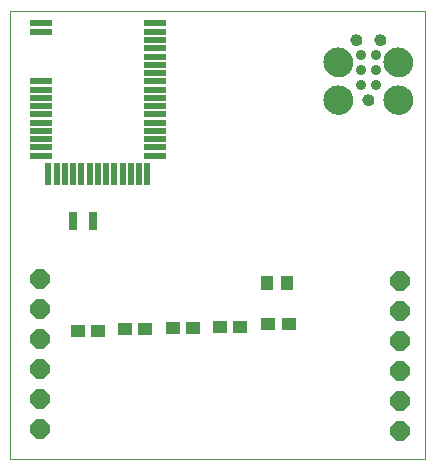
<source format=gts>
G75*
%MOIN*%
%OFA0B0*%
%FSLAX25Y25*%
%IPPOS*%
%LPD*%
%AMOC8*
5,1,8,0,0,1.08239X$1,22.5*
%
%ADD10C,0.00000*%
%ADD11R,0.04731X0.04337*%
%ADD12OC8,0.06400*%
%ADD13R,0.04337X0.04731*%
%ADD14R,0.07683X0.02369*%
%ADD15R,0.02369X0.07683*%
%ADD16R,0.03156X0.05912*%
%ADD17C,0.03500*%
%ADD18C,0.03900*%
%ADD19C,0.09750*%
D10*
X0004867Y0001000D02*
X0004867Y0150331D01*
X0143095Y0150331D01*
X0143095Y0001000D01*
X0004867Y0001000D01*
X0109483Y0120685D02*
X0109485Y0120822D01*
X0109491Y0120958D01*
X0109501Y0121094D01*
X0109515Y0121230D01*
X0109533Y0121366D01*
X0109555Y0121501D01*
X0109580Y0121635D01*
X0109610Y0121768D01*
X0109644Y0121900D01*
X0109681Y0122032D01*
X0109722Y0122162D01*
X0109768Y0122291D01*
X0109816Y0122419D01*
X0109869Y0122545D01*
X0109925Y0122669D01*
X0109985Y0122792D01*
X0110048Y0122913D01*
X0110115Y0123032D01*
X0110185Y0123149D01*
X0110259Y0123265D01*
X0110336Y0123377D01*
X0110416Y0123488D01*
X0110500Y0123596D01*
X0110587Y0123702D01*
X0110676Y0123805D01*
X0110769Y0123905D01*
X0110864Y0124003D01*
X0110963Y0124098D01*
X0111064Y0124190D01*
X0111168Y0124278D01*
X0111274Y0124364D01*
X0111383Y0124447D01*
X0111494Y0124526D01*
X0111607Y0124603D01*
X0111723Y0124676D01*
X0111840Y0124745D01*
X0111960Y0124811D01*
X0112081Y0124873D01*
X0112205Y0124932D01*
X0112330Y0124988D01*
X0112456Y0125039D01*
X0112584Y0125087D01*
X0112713Y0125131D01*
X0112844Y0125172D01*
X0112976Y0125208D01*
X0113108Y0125241D01*
X0113242Y0125269D01*
X0113376Y0125294D01*
X0113511Y0125315D01*
X0113647Y0125332D01*
X0113783Y0125345D01*
X0113919Y0125354D01*
X0114056Y0125359D01*
X0114192Y0125360D01*
X0114329Y0125357D01*
X0114465Y0125350D01*
X0114601Y0125339D01*
X0114737Y0125324D01*
X0114872Y0125305D01*
X0115007Y0125282D01*
X0115141Y0125255D01*
X0115274Y0125225D01*
X0115406Y0125190D01*
X0115538Y0125152D01*
X0115667Y0125110D01*
X0115796Y0125064D01*
X0115923Y0125014D01*
X0116049Y0124960D01*
X0116173Y0124903D01*
X0116296Y0124843D01*
X0116416Y0124778D01*
X0116535Y0124711D01*
X0116651Y0124640D01*
X0116766Y0124565D01*
X0116878Y0124487D01*
X0116988Y0124406D01*
X0117096Y0124322D01*
X0117201Y0124234D01*
X0117303Y0124144D01*
X0117403Y0124051D01*
X0117500Y0123954D01*
X0117594Y0123855D01*
X0117685Y0123754D01*
X0117773Y0123649D01*
X0117858Y0123542D01*
X0117940Y0123433D01*
X0118019Y0123321D01*
X0118094Y0123207D01*
X0118166Y0123091D01*
X0118235Y0122973D01*
X0118300Y0122853D01*
X0118362Y0122731D01*
X0118420Y0122607D01*
X0118474Y0122482D01*
X0118525Y0122355D01*
X0118571Y0122227D01*
X0118615Y0122097D01*
X0118654Y0121966D01*
X0118690Y0121834D01*
X0118721Y0121701D01*
X0118749Y0121568D01*
X0118773Y0121433D01*
X0118793Y0121298D01*
X0118809Y0121162D01*
X0118821Y0121026D01*
X0118829Y0120890D01*
X0118833Y0120753D01*
X0118833Y0120617D01*
X0118829Y0120480D01*
X0118821Y0120344D01*
X0118809Y0120208D01*
X0118793Y0120072D01*
X0118773Y0119937D01*
X0118749Y0119802D01*
X0118721Y0119669D01*
X0118690Y0119536D01*
X0118654Y0119404D01*
X0118615Y0119273D01*
X0118571Y0119143D01*
X0118525Y0119015D01*
X0118474Y0118888D01*
X0118420Y0118763D01*
X0118362Y0118639D01*
X0118300Y0118517D01*
X0118235Y0118397D01*
X0118166Y0118279D01*
X0118094Y0118163D01*
X0118019Y0118049D01*
X0117940Y0117937D01*
X0117858Y0117828D01*
X0117773Y0117721D01*
X0117685Y0117616D01*
X0117594Y0117515D01*
X0117500Y0117416D01*
X0117403Y0117319D01*
X0117303Y0117226D01*
X0117201Y0117136D01*
X0117096Y0117048D01*
X0116988Y0116964D01*
X0116878Y0116883D01*
X0116766Y0116805D01*
X0116651Y0116730D01*
X0116535Y0116659D01*
X0116416Y0116592D01*
X0116296Y0116527D01*
X0116173Y0116467D01*
X0116049Y0116410D01*
X0115923Y0116356D01*
X0115796Y0116306D01*
X0115667Y0116260D01*
X0115538Y0116218D01*
X0115406Y0116180D01*
X0115274Y0116145D01*
X0115141Y0116115D01*
X0115007Y0116088D01*
X0114872Y0116065D01*
X0114737Y0116046D01*
X0114601Y0116031D01*
X0114465Y0116020D01*
X0114329Y0116013D01*
X0114192Y0116010D01*
X0114056Y0116011D01*
X0113919Y0116016D01*
X0113783Y0116025D01*
X0113647Y0116038D01*
X0113511Y0116055D01*
X0113376Y0116076D01*
X0113242Y0116101D01*
X0113108Y0116129D01*
X0112976Y0116162D01*
X0112844Y0116198D01*
X0112713Y0116239D01*
X0112584Y0116283D01*
X0112456Y0116331D01*
X0112330Y0116382D01*
X0112205Y0116438D01*
X0112081Y0116497D01*
X0111960Y0116559D01*
X0111840Y0116625D01*
X0111723Y0116694D01*
X0111607Y0116767D01*
X0111494Y0116844D01*
X0111383Y0116923D01*
X0111274Y0117006D01*
X0111168Y0117092D01*
X0111064Y0117180D01*
X0110963Y0117272D01*
X0110864Y0117367D01*
X0110769Y0117465D01*
X0110676Y0117565D01*
X0110587Y0117668D01*
X0110500Y0117774D01*
X0110416Y0117882D01*
X0110336Y0117993D01*
X0110259Y0118105D01*
X0110185Y0118221D01*
X0110115Y0118338D01*
X0110048Y0118457D01*
X0109985Y0118578D01*
X0109925Y0118701D01*
X0109869Y0118825D01*
X0109816Y0118951D01*
X0109768Y0119079D01*
X0109722Y0119208D01*
X0109681Y0119338D01*
X0109644Y0119470D01*
X0109610Y0119602D01*
X0109580Y0119735D01*
X0109555Y0119869D01*
X0109533Y0120004D01*
X0109515Y0120140D01*
X0109501Y0120276D01*
X0109491Y0120412D01*
X0109485Y0120548D01*
X0109483Y0120685D01*
X0109483Y0133185D02*
X0109485Y0133322D01*
X0109491Y0133458D01*
X0109501Y0133594D01*
X0109515Y0133730D01*
X0109533Y0133866D01*
X0109555Y0134001D01*
X0109580Y0134135D01*
X0109610Y0134268D01*
X0109644Y0134400D01*
X0109681Y0134532D01*
X0109722Y0134662D01*
X0109768Y0134791D01*
X0109816Y0134919D01*
X0109869Y0135045D01*
X0109925Y0135169D01*
X0109985Y0135292D01*
X0110048Y0135413D01*
X0110115Y0135532D01*
X0110185Y0135649D01*
X0110259Y0135765D01*
X0110336Y0135877D01*
X0110416Y0135988D01*
X0110500Y0136096D01*
X0110587Y0136202D01*
X0110676Y0136305D01*
X0110769Y0136405D01*
X0110864Y0136503D01*
X0110963Y0136598D01*
X0111064Y0136690D01*
X0111168Y0136778D01*
X0111274Y0136864D01*
X0111383Y0136947D01*
X0111494Y0137026D01*
X0111607Y0137103D01*
X0111723Y0137176D01*
X0111840Y0137245D01*
X0111960Y0137311D01*
X0112081Y0137373D01*
X0112205Y0137432D01*
X0112330Y0137488D01*
X0112456Y0137539D01*
X0112584Y0137587D01*
X0112713Y0137631D01*
X0112844Y0137672D01*
X0112976Y0137708D01*
X0113108Y0137741D01*
X0113242Y0137769D01*
X0113376Y0137794D01*
X0113511Y0137815D01*
X0113647Y0137832D01*
X0113783Y0137845D01*
X0113919Y0137854D01*
X0114056Y0137859D01*
X0114192Y0137860D01*
X0114329Y0137857D01*
X0114465Y0137850D01*
X0114601Y0137839D01*
X0114737Y0137824D01*
X0114872Y0137805D01*
X0115007Y0137782D01*
X0115141Y0137755D01*
X0115274Y0137725D01*
X0115406Y0137690D01*
X0115538Y0137652D01*
X0115667Y0137610D01*
X0115796Y0137564D01*
X0115923Y0137514D01*
X0116049Y0137460D01*
X0116173Y0137403D01*
X0116296Y0137343D01*
X0116416Y0137278D01*
X0116535Y0137211D01*
X0116651Y0137140D01*
X0116766Y0137065D01*
X0116878Y0136987D01*
X0116988Y0136906D01*
X0117096Y0136822D01*
X0117201Y0136734D01*
X0117303Y0136644D01*
X0117403Y0136551D01*
X0117500Y0136454D01*
X0117594Y0136355D01*
X0117685Y0136254D01*
X0117773Y0136149D01*
X0117858Y0136042D01*
X0117940Y0135933D01*
X0118019Y0135821D01*
X0118094Y0135707D01*
X0118166Y0135591D01*
X0118235Y0135473D01*
X0118300Y0135353D01*
X0118362Y0135231D01*
X0118420Y0135107D01*
X0118474Y0134982D01*
X0118525Y0134855D01*
X0118571Y0134727D01*
X0118615Y0134597D01*
X0118654Y0134466D01*
X0118690Y0134334D01*
X0118721Y0134201D01*
X0118749Y0134068D01*
X0118773Y0133933D01*
X0118793Y0133798D01*
X0118809Y0133662D01*
X0118821Y0133526D01*
X0118829Y0133390D01*
X0118833Y0133253D01*
X0118833Y0133117D01*
X0118829Y0132980D01*
X0118821Y0132844D01*
X0118809Y0132708D01*
X0118793Y0132572D01*
X0118773Y0132437D01*
X0118749Y0132302D01*
X0118721Y0132169D01*
X0118690Y0132036D01*
X0118654Y0131904D01*
X0118615Y0131773D01*
X0118571Y0131643D01*
X0118525Y0131515D01*
X0118474Y0131388D01*
X0118420Y0131263D01*
X0118362Y0131139D01*
X0118300Y0131017D01*
X0118235Y0130897D01*
X0118166Y0130779D01*
X0118094Y0130663D01*
X0118019Y0130549D01*
X0117940Y0130437D01*
X0117858Y0130328D01*
X0117773Y0130221D01*
X0117685Y0130116D01*
X0117594Y0130015D01*
X0117500Y0129916D01*
X0117403Y0129819D01*
X0117303Y0129726D01*
X0117201Y0129636D01*
X0117096Y0129548D01*
X0116988Y0129464D01*
X0116878Y0129383D01*
X0116766Y0129305D01*
X0116651Y0129230D01*
X0116535Y0129159D01*
X0116416Y0129092D01*
X0116296Y0129027D01*
X0116173Y0128967D01*
X0116049Y0128910D01*
X0115923Y0128856D01*
X0115796Y0128806D01*
X0115667Y0128760D01*
X0115538Y0128718D01*
X0115406Y0128680D01*
X0115274Y0128645D01*
X0115141Y0128615D01*
X0115007Y0128588D01*
X0114872Y0128565D01*
X0114737Y0128546D01*
X0114601Y0128531D01*
X0114465Y0128520D01*
X0114329Y0128513D01*
X0114192Y0128510D01*
X0114056Y0128511D01*
X0113919Y0128516D01*
X0113783Y0128525D01*
X0113647Y0128538D01*
X0113511Y0128555D01*
X0113376Y0128576D01*
X0113242Y0128601D01*
X0113108Y0128629D01*
X0112976Y0128662D01*
X0112844Y0128698D01*
X0112713Y0128739D01*
X0112584Y0128783D01*
X0112456Y0128831D01*
X0112330Y0128882D01*
X0112205Y0128938D01*
X0112081Y0128997D01*
X0111960Y0129059D01*
X0111840Y0129125D01*
X0111723Y0129194D01*
X0111607Y0129267D01*
X0111494Y0129344D01*
X0111383Y0129423D01*
X0111274Y0129506D01*
X0111168Y0129592D01*
X0111064Y0129680D01*
X0110963Y0129772D01*
X0110864Y0129867D01*
X0110769Y0129965D01*
X0110676Y0130065D01*
X0110587Y0130168D01*
X0110500Y0130274D01*
X0110416Y0130382D01*
X0110336Y0130493D01*
X0110259Y0130605D01*
X0110185Y0130721D01*
X0110115Y0130838D01*
X0110048Y0130957D01*
X0109985Y0131078D01*
X0109925Y0131201D01*
X0109869Y0131325D01*
X0109816Y0131451D01*
X0109768Y0131579D01*
X0109722Y0131708D01*
X0109681Y0131838D01*
X0109644Y0131970D01*
X0109610Y0132102D01*
X0109580Y0132235D01*
X0109555Y0132369D01*
X0109533Y0132504D01*
X0109515Y0132640D01*
X0109501Y0132776D01*
X0109491Y0132912D01*
X0109485Y0133048D01*
X0109483Y0133185D01*
X0118408Y0140685D02*
X0118410Y0140768D01*
X0118416Y0140851D01*
X0118426Y0140934D01*
X0118440Y0141016D01*
X0118457Y0141098D01*
X0118479Y0141178D01*
X0118504Y0141257D01*
X0118533Y0141335D01*
X0118566Y0141412D01*
X0118603Y0141487D01*
X0118642Y0141560D01*
X0118686Y0141631D01*
X0118732Y0141700D01*
X0118782Y0141767D01*
X0118835Y0141831D01*
X0118891Y0141893D01*
X0118950Y0141952D01*
X0119012Y0142008D01*
X0119076Y0142061D01*
X0119143Y0142111D01*
X0119212Y0142157D01*
X0119283Y0142201D01*
X0119356Y0142240D01*
X0119431Y0142277D01*
X0119508Y0142310D01*
X0119586Y0142339D01*
X0119665Y0142364D01*
X0119745Y0142386D01*
X0119827Y0142403D01*
X0119909Y0142417D01*
X0119992Y0142427D01*
X0120075Y0142433D01*
X0120158Y0142435D01*
X0120241Y0142433D01*
X0120324Y0142427D01*
X0120407Y0142417D01*
X0120489Y0142403D01*
X0120571Y0142386D01*
X0120651Y0142364D01*
X0120730Y0142339D01*
X0120808Y0142310D01*
X0120885Y0142277D01*
X0120960Y0142240D01*
X0121033Y0142201D01*
X0121104Y0142157D01*
X0121173Y0142111D01*
X0121240Y0142061D01*
X0121304Y0142008D01*
X0121366Y0141952D01*
X0121425Y0141893D01*
X0121481Y0141831D01*
X0121534Y0141767D01*
X0121584Y0141700D01*
X0121630Y0141631D01*
X0121674Y0141560D01*
X0121713Y0141487D01*
X0121750Y0141412D01*
X0121783Y0141335D01*
X0121812Y0141257D01*
X0121837Y0141178D01*
X0121859Y0141098D01*
X0121876Y0141016D01*
X0121890Y0140934D01*
X0121900Y0140851D01*
X0121906Y0140768D01*
X0121908Y0140685D01*
X0121906Y0140602D01*
X0121900Y0140519D01*
X0121890Y0140436D01*
X0121876Y0140354D01*
X0121859Y0140272D01*
X0121837Y0140192D01*
X0121812Y0140113D01*
X0121783Y0140035D01*
X0121750Y0139958D01*
X0121713Y0139883D01*
X0121674Y0139810D01*
X0121630Y0139739D01*
X0121584Y0139670D01*
X0121534Y0139603D01*
X0121481Y0139539D01*
X0121425Y0139477D01*
X0121366Y0139418D01*
X0121304Y0139362D01*
X0121240Y0139309D01*
X0121173Y0139259D01*
X0121104Y0139213D01*
X0121033Y0139169D01*
X0120960Y0139130D01*
X0120885Y0139093D01*
X0120808Y0139060D01*
X0120730Y0139031D01*
X0120651Y0139006D01*
X0120571Y0138984D01*
X0120489Y0138967D01*
X0120407Y0138953D01*
X0120324Y0138943D01*
X0120241Y0138937D01*
X0120158Y0138935D01*
X0120075Y0138937D01*
X0119992Y0138943D01*
X0119909Y0138953D01*
X0119827Y0138967D01*
X0119745Y0138984D01*
X0119665Y0139006D01*
X0119586Y0139031D01*
X0119508Y0139060D01*
X0119431Y0139093D01*
X0119356Y0139130D01*
X0119283Y0139169D01*
X0119212Y0139213D01*
X0119143Y0139259D01*
X0119076Y0139309D01*
X0119012Y0139362D01*
X0118950Y0139418D01*
X0118891Y0139477D01*
X0118835Y0139539D01*
X0118782Y0139603D01*
X0118732Y0139670D01*
X0118686Y0139739D01*
X0118642Y0139810D01*
X0118603Y0139883D01*
X0118566Y0139958D01*
X0118533Y0140035D01*
X0118504Y0140113D01*
X0118479Y0140192D01*
X0118457Y0140272D01*
X0118440Y0140354D01*
X0118426Y0140436D01*
X0118416Y0140519D01*
X0118410Y0140602D01*
X0118408Y0140685D01*
X0126408Y0140685D02*
X0126410Y0140768D01*
X0126416Y0140851D01*
X0126426Y0140934D01*
X0126440Y0141016D01*
X0126457Y0141098D01*
X0126479Y0141178D01*
X0126504Y0141257D01*
X0126533Y0141335D01*
X0126566Y0141412D01*
X0126603Y0141487D01*
X0126642Y0141560D01*
X0126686Y0141631D01*
X0126732Y0141700D01*
X0126782Y0141767D01*
X0126835Y0141831D01*
X0126891Y0141893D01*
X0126950Y0141952D01*
X0127012Y0142008D01*
X0127076Y0142061D01*
X0127143Y0142111D01*
X0127212Y0142157D01*
X0127283Y0142201D01*
X0127356Y0142240D01*
X0127431Y0142277D01*
X0127508Y0142310D01*
X0127586Y0142339D01*
X0127665Y0142364D01*
X0127745Y0142386D01*
X0127827Y0142403D01*
X0127909Y0142417D01*
X0127992Y0142427D01*
X0128075Y0142433D01*
X0128158Y0142435D01*
X0128241Y0142433D01*
X0128324Y0142427D01*
X0128407Y0142417D01*
X0128489Y0142403D01*
X0128571Y0142386D01*
X0128651Y0142364D01*
X0128730Y0142339D01*
X0128808Y0142310D01*
X0128885Y0142277D01*
X0128960Y0142240D01*
X0129033Y0142201D01*
X0129104Y0142157D01*
X0129173Y0142111D01*
X0129240Y0142061D01*
X0129304Y0142008D01*
X0129366Y0141952D01*
X0129425Y0141893D01*
X0129481Y0141831D01*
X0129534Y0141767D01*
X0129584Y0141700D01*
X0129630Y0141631D01*
X0129674Y0141560D01*
X0129713Y0141487D01*
X0129750Y0141412D01*
X0129783Y0141335D01*
X0129812Y0141257D01*
X0129837Y0141178D01*
X0129859Y0141098D01*
X0129876Y0141016D01*
X0129890Y0140934D01*
X0129900Y0140851D01*
X0129906Y0140768D01*
X0129908Y0140685D01*
X0129906Y0140602D01*
X0129900Y0140519D01*
X0129890Y0140436D01*
X0129876Y0140354D01*
X0129859Y0140272D01*
X0129837Y0140192D01*
X0129812Y0140113D01*
X0129783Y0140035D01*
X0129750Y0139958D01*
X0129713Y0139883D01*
X0129674Y0139810D01*
X0129630Y0139739D01*
X0129584Y0139670D01*
X0129534Y0139603D01*
X0129481Y0139539D01*
X0129425Y0139477D01*
X0129366Y0139418D01*
X0129304Y0139362D01*
X0129240Y0139309D01*
X0129173Y0139259D01*
X0129104Y0139213D01*
X0129033Y0139169D01*
X0128960Y0139130D01*
X0128885Y0139093D01*
X0128808Y0139060D01*
X0128730Y0139031D01*
X0128651Y0139006D01*
X0128571Y0138984D01*
X0128489Y0138967D01*
X0128407Y0138953D01*
X0128324Y0138943D01*
X0128241Y0138937D01*
X0128158Y0138935D01*
X0128075Y0138937D01*
X0127992Y0138943D01*
X0127909Y0138953D01*
X0127827Y0138967D01*
X0127745Y0138984D01*
X0127665Y0139006D01*
X0127586Y0139031D01*
X0127508Y0139060D01*
X0127431Y0139093D01*
X0127356Y0139130D01*
X0127283Y0139169D01*
X0127212Y0139213D01*
X0127143Y0139259D01*
X0127076Y0139309D01*
X0127012Y0139362D01*
X0126950Y0139418D01*
X0126891Y0139477D01*
X0126835Y0139539D01*
X0126782Y0139603D01*
X0126732Y0139670D01*
X0126686Y0139739D01*
X0126642Y0139810D01*
X0126603Y0139883D01*
X0126566Y0139958D01*
X0126533Y0140035D01*
X0126504Y0140113D01*
X0126479Y0140192D01*
X0126457Y0140272D01*
X0126440Y0140354D01*
X0126426Y0140436D01*
X0126416Y0140519D01*
X0126410Y0140602D01*
X0126408Y0140685D01*
X0129483Y0133185D02*
X0129485Y0133322D01*
X0129491Y0133458D01*
X0129501Y0133594D01*
X0129515Y0133730D01*
X0129533Y0133866D01*
X0129555Y0134001D01*
X0129580Y0134135D01*
X0129610Y0134268D01*
X0129644Y0134400D01*
X0129681Y0134532D01*
X0129722Y0134662D01*
X0129768Y0134791D01*
X0129816Y0134919D01*
X0129869Y0135045D01*
X0129925Y0135169D01*
X0129985Y0135292D01*
X0130048Y0135413D01*
X0130115Y0135532D01*
X0130185Y0135649D01*
X0130259Y0135765D01*
X0130336Y0135877D01*
X0130416Y0135988D01*
X0130500Y0136096D01*
X0130587Y0136202D01*
X0130676Y0136305D01*
X0130769Y0136405D01*
X0130864Y0136503D01*
X0130963Y0136598D01*
X0131064Y0136690D01*
X0131168Y0136778D01*
X0131274Y0136864D01*
X0131383Y0136947D01*
X0131494Y0137026D01*
X0131607Y0137103D01*
X0131723Y0137176D01*
X0131840Y0137245D01*
X0131960Y0137311D01*
X0132081Y0137373D01*
X0132205Y0137432D01*
X0132330Y0137488D01*
X0132456Y0137539D01*
X0132584Y0137587D01*
X0132713Y0137631D01*
X0132844Y0137672D01*
X0132976Y0137708D01*
X0133108Y0137741D01*
X0133242Y0137769D01*
X0133376Y0137794D01*
X0133511Y0137815D01*
X0133647Y0137832D01*
X0133783Y0137845D01*
X0133919Y0137854D01*
X0134056Y0137859D01*
X0134192Y0137860D01*
X0134329Y0137857D01*
X0134465Y0137850D01*
X0134601Y0137839D01*
X0134737Y0137824D01*
X0134872Y0137805D01*
X0135007Y0137782D01*
X0135141Y0137755D01*
X0135274Y0137725D01*
X0135406Y0137690D01*
X0135538Y0137652D01*
X0135667Y0137610D01*
X0135796Y0137564D01*
X0135923Y0137514D01*
X0136049Y0137460D01*
X0136173Y0137403D01*
X0136296Y0137343D01*
X0136416Y0137278D01*
X0136535Y0137211D01*
X0136651Y0137140D01*
X0136766Y0137065D01*
X0136878Y0136987D01*
X0136988Y0136906D01*
X0137096Y0136822D01*
X0137201Y0136734D01*
X0137303Y0136644D01*
X0137403Y0136551D01*
X0137500Y0136454D01*
X0137594Y0136355D01*
X0137685Y0136254D01*
X0137773Y0136149D01*
X0137858Y0136042D01*
X0137940Y0135933D01*
X0138019Y0135821D01*
X0138094Y0135707D01*
X0138166Y0135591D01*
X0138235Y0135473D01*
X0138300Y0135353D01*
X0138362Y0135231D01*
X0138420Y0135107D01*
X0138474Y0134982D01*
X0138525Y0134855D01*
X0138571Y0134727D01*
X0138615Y0134597D01*
X0138654Y0134466D01*
X0138690Y0134334D01*
X0138721Y0134201D01*
X0138749Y0134068D01*
X0138773Y0133933D01*
X0138793Y0133798D01*
X0138809Y0133662D01*
X0138821Y0133526D01*
X0138829Y0133390D01*
X0138833Y0133253D01*
X0138833Y0133117D01*
X0138829Y0132980D01*
X0138821Y0132844D01*
X0138809Y0132708D01*
X0138793Y0132572D01*
X0138773Y0132437D01*
X0138749Y0132302D01*
X0138721Y0132169D01*
X0138690Y0132036D01*
X0138654Y0131904D01*
X0138615Y0131773D01*
X0138571Y0131643D01*
X0138525Y0131515D01*
X0138474Y0131388D01*
X0138420Y0131263D01*
X0138362Y0131139D01*
X0138300Y0131017D01*
X0138235Y0130897D01*
X0138166Y0130779D01*
X0138094Y0130663D01*
X0138019Y0130549D01*
X0137940Y0130437D01*
X0137858Y0130328D01*
X0137773Y0130221D01*
X0137685Y0130116D01*
X0137594Y0130015D01*
X0137500Y0129916D01*
X0137403Y0129819D01*
X0137303Y0129726D01*
X0137201Y0129636D01*
X0137096Y0129548D01*
X0136988Y0129464D01*
X0136878Y0129383D01*
X0136766Y0129305D01*
X0136651Y0129230D01*
X0136535Y0129159D01*
X0136416Y0129092D01*
X0136296Y0129027D01*
X0136173Y0128967D01*
X0136049Y0128910D01*
X0135923Y0128856D01*
X0135796Y0128806D01*
X0135667Y0128760D01*
X0135538Y0128718D01*
X0135406Y0128680D01*
X0135274Y0128645D01*
X0135141Y0128615D01*
X0135007Y0128588D01*
X0134872Y0128565D01*
X0134737Y0128546D01*
X0134601Y0128531D01*
X0134465Y0128520D01*
X0134329Y0128513D01*
X0134192Y0128510D01*
X0134056Y0128511D01*
X0133919Y0128516D01*
X0133783Y0128525D01*
X0133647Y0128538D01*
X0133511Y0128555D01*
X0133376Y0128576D01*
X0133242Y0128601D01*
X0133108Y0128629D01*
X0132976Y0128662D01*
X0132844Y0128698D01*
X0132713Y0128739D01*
X0132584Y0128783D01*
X0132456Y0128831D01*
X0132330Y0128882D01*
X0132205Y0128938D01*
X0132081Y0128997D01*
X0131960Y0129059D01*
X0131840Y0129125D01*
X0131723Y0129194D01*
X0131607Y0129267D01*
X0131494Y0129344D01*
X0131383Y0129423D01*
X0131274Y0129506D01*
X0131168Y0129592D01*
X0131064Y0129680D01*
X0130963Y0129772D01*
X0130864Y0129867D01*
X0130769Y0129965D01*
X0130676Y0130065D01*
X0130587Y0130168D01*
X0130500Y0130274D01*
X0130416Y0130382D01*
X0130336Y0130493D01*
X0130259Y0130605D01*
X0130185Y0130721D01*
X0130115Y0130838D01*
X0130048Y0130957D01*
X0129985Y0131078D01*
X0129925Y0131201D01*
X0129869Y0131325D01*
X0129816Y0131451D01*
X0129768Y0131579D01*
X0129722Y0131708D01*
X0129681Y0131838D01*
X0129644Y0131970D01*
X0129610Y0132102D01*
X0129580Y0132235D01*
X0129555Y0132369D01*
X0129533Y0132504D01*
X0129515Y0132640D01*
X0129501Y0132776D01*
X0129491Y0132912D01*
X0129485Y0133048D01*
X0129483Y0133185D01*
X0129483Y0120685D02*
X0129485Y0120822D01*
X0129491Y0120958D01*
X0129501Y0121094D01*
X0129515Y0121230D01*
X0129533Y0121366D01*
X0129555Y0121501D01*
X0129580Y0121635D01*
X0129610Y0121768D01*
X0129644Y0121900D01*
X0129681Y0122032D01*
X0129722Y0122162D01*
X0129768Y0122291D01*
X0129816Y0122419D01*
X0129869Y0122545D01*
X0129925Y0122669D01*
X0129985Y0122792D01*
X0130048Y0122913D01*
X0130115Y0123032D01*
X0130185Y0123149D01*
X0130259Y0123265D01*
X0130336Y0123377D01*
X0130416Y0123488D01*
X0130500Y0123596D01*
X0130587Y0123702D01*
X0130676Y0123805D01*
X0130769Y0123905D01*
X0130864Y0124003D01*
X0130963Y0124098D01*
X0131064Y0124190D01*
X0131168Y0124278D01*
X0131274Y0124364D01*
X0131383Y0124447D01*
X0131494Y0124526D01*
X0131607Y0124603D01*
X0131723Y0124676D01*
X0131840Y0124745D01*
X0131960Y0124811D01*
X0132081Y0124873D01*
X0132205Y0124932D01*
X0132330Y0124988D01*
X0132456Y0125039D01*
X0132584Y0125087D01*
X0132713Y0125131D01*
X0132844Y0125172D01*
X0132976Y0125208D01*
X0133108Y0125241D01*
X0133242Y0125269D01*
X0133376Y0125294D01*
X0133511Y0125315D01*
X0133647Y0125332D01*
X0133783Y0125345D01*
X0133919Y0125354D01*
X0134056Y0125359D01*
X0134192Y0125360D01*
X0134329Y0125357D01*
X0134465Y0125350D01*
X0134601Y0125339D01*
X0134737Y0125324D01*
X0134872Y0125305D01*
X0135007Y0125282D01*
X0135141Y0125255D01*
X0135274Y0125225D01*
X0135406Y0125190D01*
X0135538Y0125152D01*
X0135667Y0125110D01*
X0135796Y0125064D01*
X0135923Y0125014D01*
X0136049Y0124960D01*
X0136173Y0124903D01*
X0136296Y0124843D01*
X0136416Y0124778D01*
X0136535Y0124711D01*
X0136651Y0124640D01*
X0136766Y0124565D01*
X0136878Y0124487D01*
X0136988Y0124406D01*
X0137096Y0124322D01*
X0137201Y0124234D01*
X0137303Y0124144D01*
X0137403Y0124051D01*
X0137500Y0123954D01*
X0137594Y0123855D01*
X0137685Y0123754D01*
X0137773Y0123649D01*
X0137858Y0123542D01*
X0137940Y0123433D01*
X0138019Y0123321D01*
X0138094Y0123207D01*
X0138166Y0123091D01*
X0138235Y0122973D01*
X0138300Y0122853D01*
X0138362Y0122731D01*
X0138420Y0122607D01*
X0138474Y0122482D01*
X0138525Y0122355D01*
X0138571Y0122227D01*
X0138615Y0122097D01*
X0138654Y0121966D01*
X0138690Y0121834D01*
X0138721Y0121701D01*
X0138749Y0121568D01*
X0138773Y0121433D01*
X0138793Y0121298D01*
X0138809Y0121162D01*
X0138821Y0121026D01*
X0138829Y0120890D01*
X0138833Y0120753D01*
X0138833Y0120617D01*
X0138829Y0120480D01*
X0138821Y0120344D01*
X0138809Y0120208D01*
X0138793Y0120072D01*
X0138773Y0119937D01*
X0138749Y0119802D01*
X0138721Y0119669D01*
X0138690Y0119536D01*
X0138654Y0119404D01*
X0138615Y0119273D01*
X0138571Y0119143D01*
X0138525Y0119015D01*
X0138474Y0118888D01*
X0138420Y0118763D01*
X0138362Y0118639D01*
X0138300Y0118517D01*
X0138235Y0118397D01*
X0138166Y0118279D01*
X0138094Y0118163D01*
X0138019Y0118049D01*
X0137940Y0117937D01*
X0137858Y0117828D01*
X0137773Y0117721D01*
X0137685Y0117616D01*
X0137594Y0117515D01*
X0137500Y0117416D01*
X0137403Y0117319D01*
X0137303Y0117226D01*
X0137201Y0117136D01*
X0137096Y0117048D01*
X0136988Y0116964D01*
X0136878Y0116883D01*
X0136766Y0116805D01*
X0136651Y0116730D01*
X0136535Y0116659D01*
X0136416Y0116592D01*
X0136296Y0116527D01*
X0136173Y0116467D01*
X0136049Y0116410D01*
X0135923Y0116356D01*
X0135796Y0116306D01*
X0135667Y0116260D01*
X0135538Y0116218D01*
X0135406Y0116180D01*
X0135274Y0116145D01*
X0135141Y0116115D01*
X0135007Y0116088D01*
X0134872Y0116065D01*
X0134737Y0116046D01*
X0134601Y0116031D01*
X0134465Y0116020D01*
X0134329Y0116013D01*
X0134192Y0116010D01*
X0134056Y0116011D01*
X0133919Y0116016D01*
X0133783Y0116025D01*
X0133647Y0116038D01*
X0133511Y0116055D01*
X0133376Y0116076D01*
X0133242Y0116101D01*
X0133108Y0116129D01*
X0132976Y0116162D01*
X0132844Y0116198D01*
X0132713Y0116239D01*
X0132584Y0116283D01*
X0132456Y0116331D01*
X0132330Y0116382D01*
X0132205Y0116438D01*
X0132081Y0116497D01*
X0131960Y0116559D01*
X0131840Y0116625D01*
X0131723Y0116694D01*
X0131607Y0116767D01*
X0131494Y0116844D01*
X0131383Y0116923D01*
X0131274Y0117006D01*
X0131168Y0117092D01*
X0131064Y0117180D01*
X0130963Y0117272D01*
X0130864Y0117367D01*
X0130769Y0117465D01*
X0130676Y0117565D01*
X0130587Y0117668D01*
X0130500Y0117774D01*
X0130416Y0117882D01*
X0130336Y0117993D01*
X0130259Y0118105D01*
X0130185Y0118221D01*
X0130115Y0118338D01*
X0130048Y0118457D01*
X0129985Y0118578D01*
X0129925Y0118701D01*
X0129869Y0118825D01*
X0129816Y0118951D01*
X0129768Y0119079D01*
X0129722Y0119208D01*
X0129681Y0119338D01*
X0129644Y0119470D01*
X0129610Y0119602D01*
X0129580Y0119735D01*
X0129555Y0119869D01*
X0129533Y0120004D01*
X0129515Y0120140D01*
X0129501Y0120276D01*
X0129491Y0120412D01*
X0129485Y0120548D01*
X0129483Y0120685D01*
X0122408Y0120685D02*
X0122410Y0120768D01*
X0122416Y0120851D01*
X0122426Y0120934D01*
X0122440Y0121016D01*
X0122457Y0121098D01*
X0122479Y0121178D01*
X0122504Y0121257D01*
X0122533Y0121335D01*
X0122566Y0121412D01*
X0122603Y0121487D01*
X0122642Y0121560D01*
X0122686Y0121631D01*
X0122732Y0121700D01*
X0122782Y0121767D01*
X0122835Y0121831D01*
X0122891Y0121893D01*
X0122950Y0121952D01*
X0123012Y0122008D01*
X0123076Y0122061D01*
X0123143Y0122111D01*
X0123212Y0122157D01*
X0123283Y0122201D01*
X0123356Y0122240D01*
X0123431Y0122277D01*
X0123508Y0122310D01*
X0123586Y0122339D01*
X0123665Y0122364D01*
X0123745Y0122386D01*
X0123827Y0122403D01*
X0123909Y0122417D01*
X0123992Y0122427D01*
X0124075Y0122433D01*
X0124158Y0122435D01*
X0124241Y0122433D01*
X0124324Y0122427D01*
X0124407Y0122417D01*
X0124489Y0122403D01*
X0124571Y0122386D01*
X0124651Y0122364D01*
X0124730Y0122339D01*
X0124808Y0122310D01*
X0124885Y0122277D01*
X0124960Y0122240D01*
X0125033Y0122201D01*
X0125104Y0122157D01*
X0125173Y0122111D01*
X0125240Y0122061D01*
X0125304Y0122008D01*
X0125366Y0121952D01*
X0125425Y0121893D01*
X0125481Y0121831D01*
X0125534Y0121767D01*
X0125584Y0121700D01*
X0125630Y0121631D01*
X0125674Y0121560D01*
X0125713Y0121487D01*
X0125750Y0121412D01*
X0125783Y0121335D01*
X0125812Y0121257D01*
X0125837Y0121178D01*
X0125859Y0121098D01*
X0125876Y0121016D01*
X0125890Y0120934D01*
X0125900Y0120851D01*
X0125906Y0120768D01*
X0125908Y0120685D01*
X0125906Y0120602D01*
X0125900Y0120519D01*
X0125890Y0120436D01*
X0125876Y0120354D01*
X0125859Y0120272D01*
X0125837Y0120192D01*
X0125812Y0120113D01*
X0125783Y0120035D01*
X0125750Y0119958D01*
X0125713Y0119883D01*
X0125674Y0119810D01*
X0125630Y0119739D01*
X0125584Y0119670D01*
X0125534Y0119603D01*
X0125481Y0119539D01*
X0125425Y0119477D01*
X0125366Y0119418D01*
X0125304Y0119362D01*
X0125240Y0119309D01*
X0125173Y0119259D01*
X0125104Y0119213D01*
X0125033Y0119169D01*
X0124960Y0119130D01*
X0124885Y0119093D01*
X0124808Y0119060D01*
X0124730Y0119031D01*
X0124651Y0119006D01*
X0124571Y0118984D01*
X0124489Y0118967D01*
X0124407Y0118953D01*
X0124324Y0118943D01*
X0124241Y0118937D01*
X0124158Y0118935D01*
X0124075Y0118937D01*
X0123992Y0118943D01*
X0123909Y0118953D01*
X0123827Y0118967D01*
X0123745Y0118984D01*
X0123665Y0119006D01*
X0123586Y0119031D01*
X0123508Y0119060D01*
X0123431Y0119093D01*
X0123356Y0119130D01*
X0123283Y0119169D01*
X0123212Y0119213D01*
X0123143Y0119259D01*
X0123076Y0119309D01*
X0123012Y0119362D01*
X0122950Y0119418D01*
X0122891Y0119477D01*
X0122835Y0119539D01*
X0122782Y0119603D01*
X0122732Y0119670D01*
X0122686Y0119739D01*
X0122642Y0119810D01*
X0122603Y0119883D01*
X0122566Y0119958D01*
X0122533Y0120035D01*
X0122504Y0120113D01*
X0122479Y0120192D01*
X0122457Y0120272D01*
X0122440Y0120354D01*
X0122426Y0120436D01*
X0122416Y0120519D01*
X0122410Y0120602D01*
X0122408Y0120685D01*
D11*
X0097583Y0045882D03*
X0090890Y0045882D03*
X0081402Y0044937D03*
X0074709Y0044937D03*
X0065654Y0044504D03*
X0058961Y0044504D03*
X0049906Y0044189D03*
X0043213Y0044189D03*
X0034158Y0043559D03*
X0027465Y0043559D03*
D12*
X0014867Y0041000D03*
X0014867Y0031000D03*
X0014867Y0021000D03*
X0014867Y0011000D03*
X0014867Y0051000D03*
X0014867Y0061000D03*
X0134788Y0060213D03*
X0134788Y0050213D03*
X0134788Y0040213D03*
X0134788Y0030213D03*
X0134788Y0020213D03*
X0134788Y0010213D03*
D13*
X0097150Y0059622D03*
X0090457Y0059622D03*
D14*
X0053174Y0102024D03*
X0053174Y0104780D03*
X0053174Y0107535D03*
X0053174Y0110291D03*
X0053174Y0113047D03*
X0053174Y0115803D03*
X0053174Y0118559D03*
X0053174Y0121315D03*
X0053174Y0124071D03*
X0053174Y0126827D03*
X0053174Y0129583D03*
X0053174Y0132339D03*
X0053174Y0135094D03*
X0053174Y0137850D03*
X0053174Y0140606D03*
X0053174Y0143362D03*
X0053174Y0146118D03*
X0014985Y0146118D03*
X0014985Y0143362D03*
X0014985Y0126827D03*
X0014985Y0124071D03*
X0014985Y0121315D03*
X0014985Y0118559D03*
X0014985Y0115803D03*
X0014985Y0113047D03*
X0014985Y0110291D03*
X0014985Y0107535D03*
X0014985Y0104780D03*
X0014985Y0102024D03*
D15*
X0017504Y0096079D03*
X0020260Y0096079D03*
X0023016Y0096079D03*
X0025772Y0096079D03*
X0028528Y0096079D03*
X0031284Y0096079D03*
X0034040Y0096079D03*
X0036796Y0096079D03*
X0039552Y0096079D03*
X0042308Y0096079D03*
X0045064Y0096079D03*
X0047819Y0096079D03*
X0050575Y0096079D03*
D16*
X0032465Y0080370D03*
X0025772Y0080370D03*
D17*
X0121658Y0125685D03*
X0126658Y0125685D03*
X0126658Y0130685D03*
X0121658Y0130685D03*
X0121658Y0135685D03*
X0126658Y0135685D03*
D18*
X0128158Y0140685D03*
X0120158Y0140685D03*
X0124158Y0120685D03*
D19*
X0114158Y0120685D03*
X0114158Y0133185D03*
X0134158Y0133185D03*
X0134158Y0120685D03*
M02*

</source>
